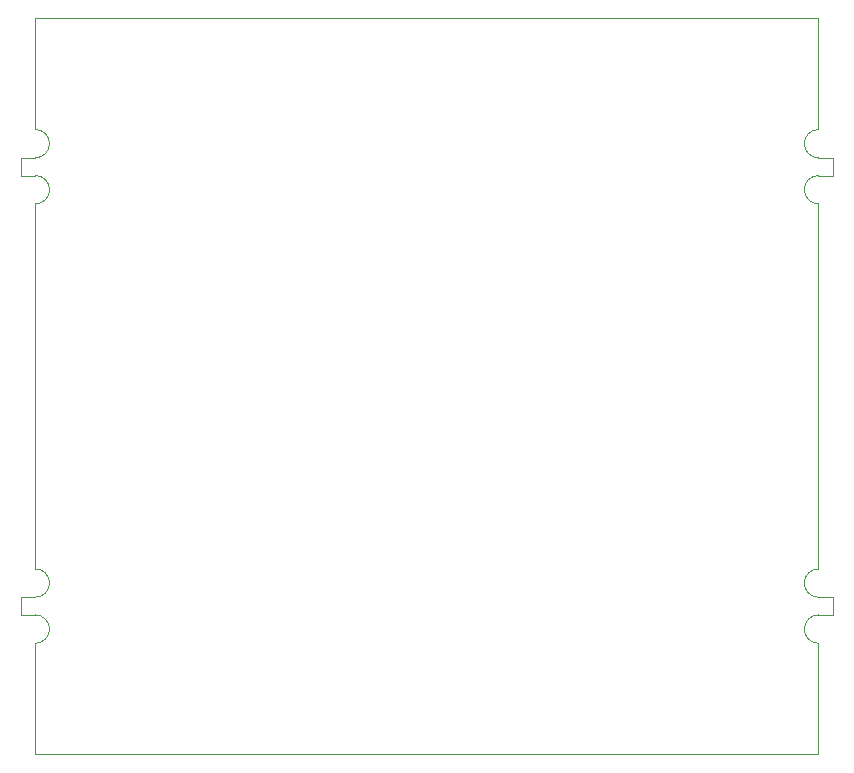
<source format=gm1>
G04 #@! TF.GenerationSoftware,KiCad,Pcbnew,8.0.8*
G04 #@! TF.CreationDate,2025-02-19T14:02:03-05:00*
G04 #@! TF.ProjectId,plot_gerbers,706c6f74-5f67-4657-9262-6572732e6b69,rev?*
G04 #@! TF.SameCoordinates,Original*
G04 #@! TF.FileFunction,Profile,NP*
%FSLAX46Y46*%
G04 Gerber Fmt 4.6, Leading zero omitted, Abs format (unit mm)*
G04 Created by KiCad (PCBNEW 8.0.8) date 2025-02-19 14:02:03*
%MOMM*%
%LPD*%
G01*
G04 APERTURE LIST*
G04 #@! TA.AperFunction,Profile*
%ADD10C,0.050000*%
G04 #@! TD*
G04 APERTURE END LIST*
D10*
X178200000Y-68350000D02*
X178200000Y-77750000D01*
X111900000Y-80150000D02*
X110650000Y-80150000D01*
X110650000Y-81650000D02*
X110650000Y-80150000D01*
X178200000Y-114950000D02*
X178200000Y-84050000D01*
X178200000Y-80150000D02*
G75*
G02*
X177000000Y-78950000I0J1200000D01*
G01*
X178200000Y-121250000D02*
G75*
G02*
X177000000Y-120050000I0J1200000D01*
G01*
X113100000Y-82850000D02*
G75*
G02*
X111900000Y-84050000I-1200099J99D01*
G01*
X178200000Y-84050000D02*
G75*
G02*
X177000000Y-82850000I0J1200000D01*
G01*
X111900000Y-68350000D02*
X178200000Y-68350000D01*
X177000000Y-116150000D02*
G75*
G02*
X178200000Y-114950000I1200100J-100D01*
G01*
X177000000Y-120050000D02*
G75*
G02*
X178200000Y-118850000I1200100J-100D01*
G01*
X177000000Y-78950000D02*
G75*
G02*
X178200000Y-77750000I1200100J-100D01*
G01*
X178200000Y-80150000D02*
X179450000Y-80150000D01*
X113100000Y-120050000D02*
G75*
G02*
X111900000Y-121250000I-1200099J99D01*
G01*
X178200000Y-130650000D02*
X178200000Y-121250000D01*
X178200000Y-117350000D02*
G75*
G02*
X177000000Y-116150000I0J1200000D01*
G01*
X177000000Y-82850000D02*
G75*
G02*
X178200000Y-81650000I1200100J-100D01*
G01*
X111900000Y-77750000D02*
G75*
G02*
X113100000Y-78950000I0J-1200000D01*
G01*
X113100000Y-78950000D02*
G75*
G02*
X111900000Y-80150000I-1200099J99D01*
G01*
X111900000Y-81650000D02*
G75*
G02*
X113100000Y-82850000I0J-1200000D01*
G01*
X111900000Y-118850000D02*
X110650000Y-118850000D01*
X178200000Y-118850000D02*
X179450000Y-118850000D01*
X110650000Y-118850000D02*
X110650000Y-117350000D01*
X111900000Y-130650000D02*
X178200000Y-130650000D01*
X111900000Y-130650000D02*
X111900000Y-121250000D01*
X111900000Y-84050000D02*
X111900000Y-114950000D01*
X178200000Y-81650000D02*
X179450000Y-81650000D01*
X179450000Y-117350000D02*
X179450000Y-118850000D01*
X113100000Y-116150000D02*
G75*
G02*
X111900000Y-117350000I-1200099J99D01*
G01*
X111900000Y-114950000D02*
G75*
G02*
X113100000Y-116150000I0J-1200000D01*
G01*
X111900000Y-68350000D02*
X111900000Y-77750000D01*
X111900000Y-117350000D02*
X110650000Y-117350000D01*
X111900000Y-118850000D02*
G75*
G02*
X113100000Y-120050000I0J-1200000D01*
G01*
X178200000Y-117350000D02*
X179450000Y-117350000D01*
X111900000Y-81650000D02*
X110650000Y-81650000D01*
X179450000Y-80150000D02*
X179450000Y-81650000D01*
M02*

</source>
